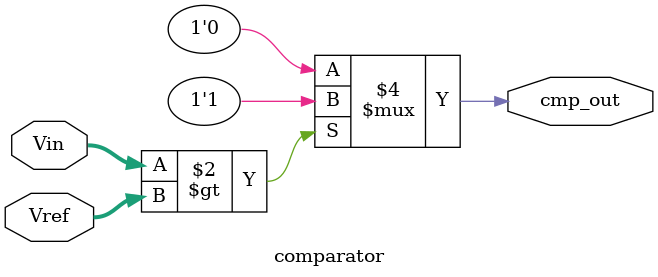
<source format=v>
`timescale 1ns / 1ps


module comparator (
    input [7:0] Vin,  // Scaled voltage input (multiplied by 10)
    input [7:0] Vref, // Scaled reference voltage
    output reg cmp_out
);
    always @(*) begin
        if (Vin > Vref)
            cmp_out = 1;
        else
            cmp_out = 0;
    end
endmodule



</source>
